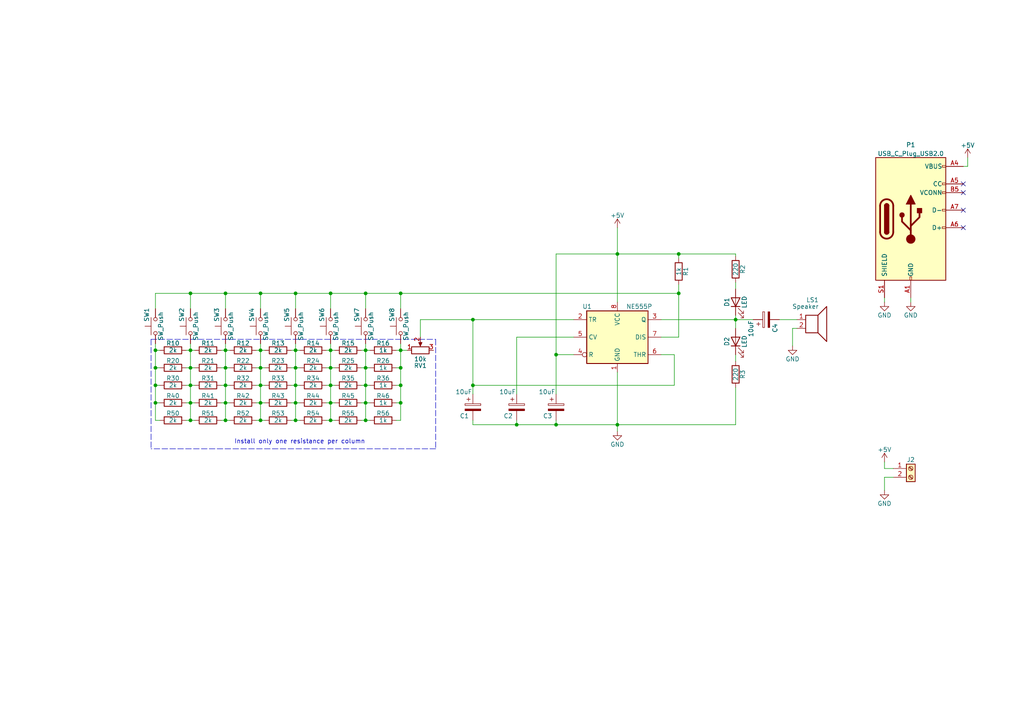
<source format=kicad_sch>
(kicad_sch (version 20211123) (generator eeschema)
  (paper "A4")
  (lib_symbols
    (symbol "Connector:Screw_Terminal_01x02" (pin_names (offset 1.016) hide)
      (property "Reference" "J" (at 0 2.54 0))
      (property "Value" "Screw_Terminal_01x02" (at 0 -5.08 0))
      (symbol "Screw_Terminal_01x02_1_1"
        (rectangle (start -1.27 1.27) (end 1.27 -3.81) (stroke (width 0.254)) (fill (type background)))
        (circle (center 0 -2.54) (radius 0.635) (stroke (width 0.1524)))
        (polyline (pts (xy -0.5334 -2.2098) (xy 0.3302 -3.048)) (stroke (width 0.1524)))
        (polyline (pts (xy -0.5334 0.3302) (xy 0.3302 -0.508)) (stroke (width 0.1524)))
        (polyline (pts (xy -0.3556 -2.032) (xy 0.508 -2.8702)) (stroke (width 0.1524)))
        (polyline (pts (xy -0.3556 0.508) (xy 0.508 -0.3302)) (stroke (width 0.1524)))
        (circle (center 0 0) (radius 0.635) (stroke (width 0.1524)))
        (pin passive line (at -5.08 0 0) (length 3.81) (name "Pin_1") (number "1"))
        (pin passive line (at -5.08 -2.54 0) (length 3.81) (name "Pin_2") (number "2"))
      )
    )
    (symbol "Connector:USB_C_Plug_USB2.0" (pin_names (offset 1.016))
      (property "Reference" "P" (at -10.16 19.05 0))
      (property "Value" "USB_C_Plug_USB2.0" (at 12.7 19.05 0))
      (symbol "USB_C_Plug_USB2.0_0_0"
        (rectangle (start -0.254 -17.78) (end 0.254 -16.764))
        (rectangle (start 10.16 -2.286) (end 9.144 -2.794))
        (rectangle (start 10.16 2.794) (end 9.144 2.286))
        (rectangle (start 10.16 7.874) (end 9.144 7.366))
        (rectangle (start 10.16 10.414) (end 9.144 9.906))
        (rectangle (start 10.16 15.494) (end 9.144 14.986))
      )
      (symbol "USB_C_Plug_USB2.0_0_1"
        (rectangle (start -10.16 17.78) (end 10.16 -17.78) (stroke (width 0.254)) (fill (type background)))
        (arc (start -8.89 -3.81) (mid -6.985 -5.715) (end -5.08 -3.81) (stroke (width 0.508)))
        (arc (start -7.62 -3.81) (mid -6.985 -4.445) (end -6.35 -3.81) (stroke (width 0.254)))
        (arc (start -7.62 -3.81) (mid -6.985 -4.445) (end -6.35 -3.81) (stroke (width 0.254)) (fill (type outline)))
        (rectangle (start -7.62 -3.81) (end -6.35 3.81) (stroke (width 0.254)) (fill (type outline)))
        (arc (start -6.35 3.81) (mid -6.985 4.445) (end -7.62 3.81) (stroke (width 0.254)))
        (arc (start -6.35 3.81) (mid -6.985 4.445) (end -7.62 3.81) (stroke (width 0.254)) (fill (type outline)))
        (arc (start -5.08 3.81) (mid -6.985 5.715) (end -8.89 3.81) (stroke (width 0.508)))
        (circle (center -2.54 1.143) (radius 0.635) (stroke (width 0.254)) (fill (type outline)))
        (circle (center 0 -5.842) (radius 1.27) (fill (type outline)))
        (polyline (pts (xy -8.89 -3.81) (xy -8.89 3.81)) (stroke (width 0.508)))
        (polyline (pts (xy -5.08 3.81) (xy -5.08 -3.81)) (stroke (width 0.508)))
        (polyline (pts (xy 0 -5.842) (xy 0 4.318)) (stroke (width 0.508)))
        (polyline (pts (xy 0 -3.302) (xy -2.54 -0.762) (xy -2.54 0.508)) (stroke (width 0.508)))
        (polyline (pts (xy 0 -2.032) (xy 2.54 0.508) (xy 2.54 1.778)) (stroke (width 0.508)))
        (polyline (pts (xy -1.27 4.318) (xy 0 6.858) (xy 1.27 4.318) (xy -1.27 4.318)) (stroke (width 0.254)) (fill (type outline)))
        (rectangle (start 1.905 1.778) (end 3.175 3.048) (stroke (width 0.254)) (fill (type outline)))
      )
      (symbol "USB_C_Plug_USB2.0_1_1"
        (pin passive line (at 0 -22.86 90) (length 5.08) (name "GND") (number "A1"))
        (pin passive line (at 0 -22.86 90) (length 5.08) hide (name "GND") (number "A12"))
        (pin passive line (at 15.24 15.24 180) (length 5.08) (name "VBUS") (number "A4"))
        (pin bidirectional line (at 15.24 10.16 180) (length 5.08) (name "CC") (number "A5"))
        (pin bidirectional line (at 15.24 -2.54 180) (length 5.08) (name "D+") (number "A6"))
        (pin bidirectional line (at 15.24 2.54 180) (length 5.08) (name "D-") (number "A7"))
        (pin passive line (at 15.24 15.24 180) (length 5.08) hide (name "VBUS") (number "A9"))
        (pin passive line (at 0 -22.86 90) (length 5.08) hide (name "GND") (number "B1"))
        (pin passive line (at 0 -22.86 90) (length 5.08) hide (name "GND") (number "B12"))
        (pin passive line (at 15.24 15.24 180) (length 5.08) hide (name "VBUS") (number "B4"))
        (pin bidirectional line (at 15.24 7.62 180) (length 5.08) (name "VCONN") (number "B5"))
        (pin passive line (at 15.24 15.24 180) (length 5.08) hide (name "VBUS") (number "B9"))
        (pin passive line (at -7.62 -22.86 90) (length 5.08) (name "SHIELD") (number "S1"))
      )
    )
    (symbol "Device:C_Polarized" (pin_numbers hide) (pin_names (offset 0.254))
      (property "Reference" "C" (at 0.635 2.54 0))
      (property "Value" "C_Polarized" (at 0.635 -2.54 0))
      (symbol "C_Polarized_0_1"
        (rectangle (start -2.286 0.508) (end 2.286 1.016))
        (polyline (pts (xy -1.778 2.286) (xy -0.762 2.286)))
        (polyline (pts (xy -1.27 2.794) (xy -1.27 1.778)))
        (rectangle (start 2.286 -0.508) (end -2.286 -1.016) (fill (type outline)))
      )
      (symbol "C_Polarized_1_1"
        (pin passive line (at 0 3.81 270) (length 2.794) (name "~") (number "1"))
        (pin passive line (at 0 -3.81 90) (length 2.794) (name "~") (number "2"))
      )
    )
    (symbol "Device:LED" (pin_numbers hide) (pin_names (offset 1.016) hide)
      (property "Reference" "D" (at 0 2.54 0))
      (property "Value" "LED" (at 0 -2.54 0))
      (symbol "LED_0_1"
        (polyline (pts (xy -1.27 -1.27) (xy -1.27 1.27)) (stroke (width 0.254)))
        (polyline (pts (xy -1.27 0) (xy 1.27 0)))
        (polyline (pts (xy 1.27 -1.27) (xy 1.27 1.27) (xy -1.27 0) (xy 1.27 -1.27)) (stroke (width 0.254)))
        (polyline (pts (xy -3.048 -0.762) (xy -4.572 -2.286) (xy -3.81 -2.286) (xy -4.572 -2.286) (xy -4.572 -1.524)))
        (polyline (pts (xy -1.778 -0.762) (xy -3.302 -2.286) (xy -2.54 -2.286) (xy -3.302 -2.286) (xy -3.302 -1.524)))
      )
      (symbol "LED_1_1"
        (pin passive line (at -3.81 0 0) (length 2.54) (name "K") (number "1"))
        (pin passive line (at 3.81 0 180) (length 2.54) (name "A") (number "2"))
      )
    )
    (symbol "Device:R" (pin_numbers hide) (pin_names (offset 0))
      (property "Reference" "R" (at 2.032 0 90))
      (property "Value" "R" (at 0 0 90))
      (symbol "R_0_1"
        (rectangle (start -1.016 -2.54) (end 1.016 2.54) (stroke (width 0.254)))
      )
      (symbol "R_1_1"
        (pin passive line (at 0 3.81 270) (length 1.27) (name "~") (number "1"))
        (pin passive line (at 0 -3.81 90) (length 1.27) (name "~") (number "2"))
      )
    )
    (symbol "Device:R_Potentiometer" (pin_names (offset 1.016) hide)
      (property "Reference" "RV" (at -4.445 0 90))
      (property "Value" "R_Potentiometer" (at -2.54 0 90))
      (symbol "R_Potentiometer_0_1"
        (polyline (pts (xy 2.54 0) (xy 1.524 0)))
        (polyline (pts (xy 1.143 0) (xy 2.286 0.508) (xy 2.286 -0.508) (xy 1.143 0)) (fill (type outline)))
        (rectangle (start 1.016 2.54) (end -1.016 -2.54) (stroke (width 0.254)))
      )
      (symbol "R_Potentiometer_1_1"
        (pin passive line (at 0 3.81 270) (length 1.27) (name "1") (number "1"))
        (pin passive line (at 3.81 0 180) (length 1.27) (name "2") (number "2"))
        (pin passive line (at 0 -3.81 90) (length 1.27) (name "3") (number "3"))
      )
    )
    (symbol "Device:Speaker" (pin_names (offset 0) hide)
      (property "Reference" "LS" (at 1.27 5.715 0))
      (property "Value" "Speaker" (at 1.27 3.81 0))
      (symbol "Speaker_0_0"
        (rectangle (start -2.54 1.27) (end 1.016 -3.81) (stroke (width 0.254)))
        (polyline (pts (xy 1.016 1.27) (xy 3.556 3.81) (xy 3.556 -6.35) (xy 1.016 -3.81)) (stroke (width 0.254)))
      )
      (symbol "Speaker_1_1"
        (pin input line (at -5.08 0 0) (length 2.54) (name "1") (number "1"))
        (pin input line (at -5.08 -2.54 0) (length 2.54) (name "2") (number "2"))
      )
    )
    (symbol "Switch:SW_Push" (pin_numbers hide) (pin_names (offset 1.016) hide)
      (property "Reference" "SW" (at 1.27 2.54 0))
      (property "Value" "SW_Push" (at 0 -1.524 0))
      (symbol "SW_Push_0_1"
        (circle (center -2.032 0) (radius 0.508))
        (polyline (pts (xy 0 1.27) (xy 0 3.048)))
        (polyline (pts (xy 2.54 1.27) (xy -2.54 1.27)))
        (circle (center 2.032 0) (radius 0.508))
        (pin passive line (at -5.08 0 0) (length 2.54) (name "1") (number "1"))
        (pin passive line (at 5.08 0 180) (length 2.54) (name "2") (number "2"))
      )
    )
    (symbol "Timer:NE555P"
      (property "Reference" "U" (at -10.16 8.89 0))
      (property "Value" "NE555P" (at 2.54 8.89 0))
      (symbol "NE555P_0_0"
        (pin power_in line (at 0 -10.16 90) (length 2.54) (name "GND") (number "1"))
        (pin power_in line (at 0 10.16 270) (length 2.54) (name "VCC") (number "8"))
      )
      (symbol "NE555P_0_1"
        (rectangle (start -8.89 -7.62) (end 8.89 7.62) (stroke (width 0.254)) (fill (type background)))
        (rectangle (start -8.89 -7.62) (end 8.89 7.62) (stroke (width 0.254)) (fill (type background)))
      )
      (symbol "NE555P_1_1"
        (pin input line (at -12.7 5.08 0) (length 3.81) (name "TR") (number "2"))
        (pin output line (at 12.7 5.08 180) (length 3.81) (name "Q") (number "3"))
        (pin input inverted (at -12.7 -5.08 0) (length 3.81) (name "R") (number "4"))
        (pin input line (at -12.7 0 0) (length 3.81) (name "CV") (number "5"))
        (pin input line (at 12.7 -5.08 180) (length 3.81) (name "THR") (number "6"))
        (pin input line (at 12.7 0 180) (length 3.81) (name "DIS") (number "7"))
      )
    )
    (symbol "power:+5V" (power) (pin_names (offset 0))
      (property "Value" "+5V" (at 0 3.556 0))
      (symbol "+5V_0_1"
        (polyline (pts (xy -0.762 1.27) (xy 0 2.54)))
        (polyline (pts (xy 0 0) (xy 0 2.54)))
        (polyline (pts (xy 0 2.54) (xy 0.762 1.27)))
      )
      (symbol "+5V_1_1"
        (pin power_in line (at 0 0 90) (length 0) hide (name "+5V") (number "1"))
      )
    )
    (symbol "power:GND" (power) (pin_names (offset 0))
      (property "Value" "GND" (at 0 -3.81 0))
      (symbol "GND_0_1"
        (polyline (pts (xy 0 0) (xy 0 -1.27) (xy 1.27 -1.27) (xy 0 -2.54) (xy -1.27 -1.27) (xy 0 -1.27)))
      )
      (symbol "GND_1_1"
        (pin power_in line (at 0 0 270) (length 0) hide (name "GND") (number "1"))
      )
    )
  )
  (junction (at 106.045 101.6))
  (junction (at 45.085 116.84))
  (junction (at 106.045 111.76))
  (junction (at 85.725 111.76))
  (junction (at 106.045 121.92))
  (junction (at 55.245 116.84))
  (junction (at 95.885 111.76))
  (junction (at 55.245 121.92))
  (junction (at 116.205 85.09))
  (junction (at 116.205 111.76))
  (junction (at 85.725 85.09))
  (junction (at 95.885 101.6))
  (junction (at 65.405 121.92))
  (junction (at 179.07 123.19))
  (junction (at 196.85 73.66))
  (junction (at 116.205 106.68))
  (junction (at 75.565 106.68))
  (junction (at 75.565 111.76))
  (junction (at 95.885 116.84))
  (junction (at 85.725 121.92))
  (junction (at 55.245 85.09))
  (junction (at 106.045 116.84))
  (junction (at 65.405 85.09))
  (junction (at 116.205 116.84))
  (junction (at 65.405 106.68))
  (junction (at 95.885 121.92))
  (junction (at 161.29 102.87))
  (junction (at 85.725 101.6))
  (junction (at 137.16 92.71))
  (junction (at 161.29 123.19))
  (junction (at 106.045 85.09))
  (junction (at 137.16 111.76))
  (junction (at 149.86 123.19))
  (junction (at 85.725 106.68))
  (junction (at 95.885 106.68))
  (junction (at 196.85 85.09))
  (junction (at 75.565 85.09))
  (junction (at 65.405 111.76))
  (junction (at 75.565 101.6))
  (junction (at 45.085 106.68))
  (junction (at 85.725 116.84))
  (junction (at 106.045 106.68))
  (junction (at 65.405 116.84))
  (junction (at 116.205 101.6))
  (junction (at 55.245 106.68))
  (junction (at 213.36 92.71))
  (junction (at 45.085 111.76))
  (junction (at 179.07 73.66))
  (junction (at 75.565 121.92))
  (junction (at 65.405 101.6))
  (junction (at 55.245 111.76))
  (junction (at 45.085 101.6))
  (junction (at 95.885 85.09))
  (junction (at 55.245 101.6))
  (junction (at 75.565 116.84))
  (no_connect (at 279.4 60.96))
  (no_connect (at 279.4 55.88))
  (no_connect (at 279.4 66.04))
  (no_connect (at 279.4 53.34))
  (wire (pts (xy 53.975 111.76) (xy 55.245 111.76)))
  (wire (pts (xy 84.455 111.76) (xy 85.725 111.76)))
  (wire (pts (xy 46.355 106.68) (xy 45.085 106.68)))
  (wire (pts (xy 149.86 121.92) (xy 149.86 123.19)))
  (wire (pts (xy 116.205 101.6) (xy 118.11 101.6)))
  (wire (pts (xy 264.16 86.36) (xy 264.16 87.63)))
  (wire (pts (xy 213.36 92.71) (xy 218.44 92.71)))
  (wire (pts (xy 97.155 116.84) (xy 95.885 116.84)))
  (wire (pts (xy 64.135 111.76) (xy 65.405 111.76)))
  (wire (pts (xy 107.315 111.76) (xy 106.045 111.76)))
  (wire (pts (xy 137.16 114.3) (xy 137.16 111.76)))
  (wire (pts (xy 104.775 101.6) (xy 106.045 101.6)))
  (wire (pts (xy 97.155 106.68) (xy 95.885 106.68)))
  (wire (pts (xy 179.07 66.04) (xy 179.07 73.66)))
  (wire (pts (xy 107.315 121.92) (xy 106.045 121.92)))
  (wire (pts (xy 45.085 85.09) (xy 45.085 89.535)))
  (wire (pts (xy 76.835 121.92) (xy 75.565 121.92)))
  (wire (pts (xy 259.08 138.43) (xy 256.54 138.43)))
  (wire (pts (xy 84.455 101.6) (xy 85.725 101.6)))
  (wire (pts (xy 64.135 101.6) (xy 65.405 101.6)))
  (wire (pts (xy 53.975 101.6) (xy 55.245 101.6)))
  (wire (pts (xy 95.885 85.09) (xy 106.045 85.09)))
  (wire (pts (xy 76.835 101.6) (xy 75.565 101.6)))
  (wire (pts (xy 114.935 106.68) (xy 116.205 106.68)))
  (wire (pts (xy 45.085 121.92) (xy 45.085 116.84)))
  (polyline (pts (xy 126.365 98.425) (xy 126.365 130.175)))
  (wire (pts (xy 85.725 116.84) (xy 85.725 111.76)))
  (wire (pts (xy 55.245 85.09) (xy 55.245 89.535)))
  (wire (pts (xy 107.315 106.68) (xy 106.045 106.68)))
  (wire (pts (xy 106.045 85.09) (xy 116.205 85.09)))
  (wire (pts (xy 86.995 121.92) (xy 85.725 121.92)))
  (wire (pts (xy 106.045 121.92) (xy 106.045 116.84)))
  (wire (pts (xy 116.205 106.68) (xy 116.205 101.6)))
  (wire (pts (xy 76.835 106.68) (xy 75.565 106.68)))
  (wire (pts (xy 45.085 116.84) (xy 45.085 111.76)))
  (wire (pts (xy 74.295 111.76) (xy 75.565 111.76)))
  (wire (pts (xy 191.77 92.71) (xy 213.36 92.71)))
  (wire (pts (xy 45.085 99.695) (xy 45.085 101.6)))
  (wire (pts (xy 106.045 85.09) (xy 106.045 89.535)))
  (wire (pts (xy 259.08 135.89) (xy 256.54 135.89)))
  (wire (pts (xy 84.455 116.84) (xy 85.725 116.84)))
  (wire (pts (xy 161.29 123.19) (xy 179.07 123.19)))
  (wire (pts (xy 85.725 85.09) (xy 75.565 85.09)))
  (wire (pts (xy 137.16 123.19) (xy 149.86 123.19)))
  (wire (pts (xy 55.245 101.6) (xy 56.515 101.6)))
  (wire (pts (xy 55.245 121.92) (xy 55.245 116.84)))
  (wire (pts (xy 46.355 111.76) (xy 45.085 111.76)))
  (wire (pts (xy 116.205 111.76) (xy 116.205 106.68)))
  (wire (pts (xy 95.885 116.84) (xy 95.885 111.76)))
  (wire (pts (xy 65.405 99.695) (xy 65.405 101.6)))
  (wire (pts (xy 137.16 92.71) (xy 121.92 92.71)))
  (wire (pts (xy 53.975 106.68) (xy 55.245 106.68)))
  (wire (pts (xy 106.045 106.68) (xy 106.045 101.6)))
  (wire (pts (xy 195.58 102.87) (xy 195.58 111.76)))
  (wire (pts (xy 74.295 121.92) (xy 75.565 121.92)))
  (wire (pts (xy 85.725 106.68) (xy 85.725 101.6)))
  (wire (pts (xy 55.245 116.84) (xy 55.245 111.76)))
  (wire (pts (xy 95.885 101.6) (xy 97.155 101.6)))
  (wire (pts (xy 65.405 106.68) (xy 65.405 101.6)))
  (wire (pts (xy 116.205 99.695) (xy 116.205 101.6)))
  (wire (pts (xy 64.135 106.68) (xy 65.405 106.68)))
  (wire (pts (xy 116.205 116.84) (xy 116.205 111.76)))
  (wire (pts (xy 85.725 85.09) (xy 95.885 85.09)))
  (wire (pts (xy 121.92 97.79) (xy 121.92 92.71)))
  (wire (pts (xy 114.935 101.6) (xy 116.205 101.6)))
  (wire (pts (xy 97.155 121.92) (xy 95.885 121.92)))
  (wire (pts (xy 66.675 111.76) (xy 65.405 111.76)))
  (wire (pts (xy 66.675 106.68) (xy 65.405 106.68)))
  (wire (pts (xy 116.205 121.92) (xy 116.205 116.84)))
  (wire (pts (xy 46.355 116.84) (xy 45.085 116.84)))
  (wire (pts (xy 75.565 101.6) (xy 75.565 99.695)))
  (wire (pts (xy 106.045 99.695) (xy 106.045 101.6)))
  (wire (pts (xy 104.775 106.68) (xy 106.045 106.68)))
  (wire (pts (xy 179.07 73.66) (xy 179.07 87.63)))
  (wire (pts (xy 84.455 121.92) (xy 85.725 121.92)))
  (wire (pts (xy 226.06 92.71) (xy 231.14 92.71)))
  (wire (pts (xy 95.885 111.76) (xy 95.885 106.68)))
  (wire (pts (xy 56.515 121.92) (xy 55.245 121.92)))
  (polyline (pts (xy 126.365 130.175) (xy 43.815 130.175)))
  (wire (pts (xy 196.85 82.55) (xy 196.85 85.09)))
  (wire (pts (xy 45.085 111.76) (xy 45.085 106.68)))
  (wire (pts (xy 256.54 138.43) (xy 256.54 142.24)))
  (wire (pts (xy 95.885 121.92) (xy 95.885 116.84)))
  (wire (pts (xy 166.37 102.87) (xy 161.29 102.87)))
  (wire (pts (xy 213.36 92.71) (xy 213.36 91.44)))
  (wire (pts (xy 196.85 85.09) (xy 196.85 97.79)))
  (wire (pts (xy 161.29 73.66) (xy 161.29 102.87)))
  (wire (pts (xy 46.355 121.92) (xy 45.085 121.92)))
  (wire (pts (xy 97.155 111.76) (xy 95.885 111.76)))
  (wire (pts (xy 191.77 102.87) (xy 195.58 102.87)))
  (wire (pts (xy 65.405 101.6) (xy 66.675 101.6)))
  (wire (pts (xy 64.135 121.92) (xy 65.405 121.92)))
  (wire (pts (xy 116.205 85.09) (xy 116.205 89.535)))
  (wire (pts (xy 76.835 116.84) (xy 75.565 116.84)))
  (wire (pts (xy 114.935 116.84) (xy 116.205 116.84)))
  (wire (pts (xy 231.14 95.25) (xy 229.87 95.25)))
  (wire (pts (xy 66.675 116.84) (xy 65.405 116.84)))
  (wire (pts (xy 161.29 121.92) (xy 161.29 123.19)))
  (wire (pts (xy 75.565 106.68) (xy 75.565 101.6)))
  (wire (pts (xy 137.16 121.92) (xy 137.16 123.19)))
  (wire (pts (xy 229.87 95.25) (xy 229.87 100.33)))
  (wire (pts (xy 104.775 111.76) (xy 106.045 111.76)))
  (wire (pts (xy 106.045 116.84) (xy 106.045 111.76)))
  (wire (pts (xy 84.455 106.68) (xy 85.725 106.68)))
  (wire (pts (xy 86.995 111.76) (xy 85.725 111.76)))
  (wire (pts (xy 137.16 92.71) (xy 137.16 111.76)))
  (wire (pts (xy 95.885 106.68) (xy 95.885 101.6)))
  (wire (pts (xy 161.29 73.66) (xy 179.07 73.66)))
  (wire (pts (xy 106.045 111.76) (xy 106.045 106.68)))
  (wire (pts (xy 95.885 99.695) (xy 95.885 101.6)))
  (wire (pts (xy 65.405 121.92) (xy 65.405 116.84)))
  (wire (pts (xy 65.405 116.84) (xy 65.405 111.76)))
  (wire (pts (xy 56.515 106.68) (xy 55.245 106.68)))
  (wire (pts (xy 75.565 111.76) (xy 75.565 106.68)))
  (wire (pts (xy 256.54 135.89) (xy 256.54 133.985)))
  (wire (pts (xy 166.37 97.79) (xy 149.86 97.79)))
  (wire (pts (xy 64.135 116.84) (xy 65.405 116.84)))
  (wire (pts (xy 86.995 106.68) (xy 85.725 106.68)))
  (wire (pts (xy 85.725 85.09) (xy 85.725 89.535)))
  (wire (pts (xy 116.205 85.09) (xy 196.85 85.09)))
  (wire (pts (xy 75.565 85.09) (xy 65.405 85.09)))
  (wire (pts (xy 85.725 99.695) (xy 85.725 101.6)))
  (wire (pts (xy 104.775 116.84) (xy 106.045 116.84)))
  (wire (pts (xy 95.885 89.535) (xy 95.885 85.09)))
  (wire (pts (xy 66.675 121.92) (xy 65.405 121.92)))
  (wire (pts (xy 45.085 101.6) (xy 46.355 101.6)))
  (wire (pts (xy 86.995 116.84) (xy 85.725 116.84)))
  (wire (pts (xy 55.245 99.695) (xy 55.245 101.6)))
  (wire (pts (xy 56.515 111.76) (xy 55.245 111.76)))
  (wire (pts (xy 85.725 111.76) (xy 85.725 106.68)))
  (wire (pts (xy 196.85 73.66) (xy 213.36 73.66)))
  (wire (pts (xy 280.67 48.26) (xy 280.67 45.72)))
  (wire (pts (xy 65.405 111.76) (xy 65.405 106.68)))
  (wire (pts (xy 94.615 116.84) (xy 95.885 116.84)))
  (wire (pts (xy 94.615 111.76) (xy 95.885 111.76)))
  (wire (pts (xy 179.07 73.66) (xy 196.85 73.66)))
  (wire (pts (xy 74.295 106.68) (xy 75.565 106.68)))
  (wire (pts (xy 65.405 85.09) (xy 65.405 89.535)))
  (wire (pts (xy 55.245 111.76) (xy 55.245 106.68)))
  (wire (pts (xy 74.295 116.84) (xy 75.565 116.84)))
  (wire (pts (xy 85.725 121.92) (xy 85.725 116.84)))
  (wire (pts (xy 279.4 48.26) (xy 280.67 48.26)))
  (wire (pts (xy 76.835 111.76) (xy 75.565 111.76)))
  (wire (pts (xy 213.36 81.915) (xy 213.36 83.82)))
  (polyline (pts (xy 43.815 98.425) (xy 126.365 98.425)))
  (wire (pts (xy 65.405 85.09) (xy 55.245 85.09)))
  (wire (pts (xy 75.565 85.09) (xy 75.565 89.535)))
  (wire (pts (xy 75.565 116.84) (xy 75.565 111.76)))
  (wire (pts (xy 213.36 102.87) (xy 213.36 104.775)))
  (wire (pts (xy 166.37 92.71) (xy 137.16 92.71)))
  (wire (pts (xy 213.36 112.395) (xy 213.36 123.19)))
  (wire (pts (xy 94.615 106.68) (xy 95.885 106.68)))
  (wire (pts (xy 179.07 107.95) (xy 179.07 123.19)))
  (wire (pts (xy 179.07 123.19) (xy 179.07 125.095)))
  (wire (pts (xy 74.295 101.6) (xy 75.565 101.6)))
  (wire (pts (xy 104.775 121.92) (xy 106.045 121.92)))
  (wire (pts (xy 213.36 73.66) (xy 213.36 74.295)))
  (wire (pts (xy 196.85 74.93) (xy 196.85 73.66)))
  (polyline (pts (xy 43.815 98.425) (xy 43.815 130.175)))
  (wire (pts (xy 45.085 106.68) (xy 45.085 101.6)))
  (wire (pts (xy 179.07 123.19) (xy 213.36 123.19)))
  (wire (pts (xy 161.29 102.87) (xy 161.29 114.3)))
  (wire (pts (xy 114.935 111.76) (xy 116.205 111.76)))
  (wire (pts (xy 107.315 116.84) (xy 106.045 116.84)))
  (wire (pts (xy 114.935 121.92) (xy 116.205 121.92)))
  (wire (pts (xy 94.615 121.92) (xy 95.885 121.92)))
  (wire (pts (xy 149.86 123.19) (xy 161.29 123.19)))
  (wire (pts (xy 85.725 101.6) (xy 86.995 101.6)))
  (wire (pts (xy 149.86 97.79) (xy 149.86 114.3)))
  (wire (pts (xy 195.58 111.76) (xy 137.16 111.76)))
  (wire (pts (xy 191.77 97.79) (xy 196.85 97.79)))
  (wire (pts (xy 53.975 116.84) (xy 55.245 116.84)))
  (wire (pts (xy 56.515 116.84) (xy 55.245 116.84)))
  (wire (pts (xy 94.615 101.6) (xy 95.885 101.6)))
  (wire (pts (xy 256.54 86.36) (xy 256.54 87.63)))
  (wire (pts (xy 75.565 121.92) (xy 75.565 116.84)))
  (wire (pts (xy 106.045 101.6) (xy 107.315 101.6)))
  (wire (pts (xy 55.245 85.09) (xy 45.085 85.09)))
  (wire (pts (xy 53.975 121.92) (xy 55.245 121.92)))
  (wire (pts (xy 213.36 92.71) (xy 213.36 95.25)))
  (wire (pts (xy 55.245 106.68) (xy 55.245 101.6)))
  (text "Install only one resistance per column" (at 67.945 128.905 0) (effects (font (size 1.27 1.27)) (justify left bottom)))
  (symbol (lib_id "Device:R") (at 50.165 121.92 90) (unit 1)
    (property "Reference" "R50" (at 50.165 119.888 90))
    (property "Value" "2k" (at 50.165 121.92 90))
    (property "Footprint" "Resistor_SMD:R_0201_0603Metric" (effects hide))
    (property "Manufacturer part number" "P123271CT-ND" (effects hide))
    (property "Vendor" "Digikey" (effects hide))
  )
  (symbol (lib_id "power:GND") (at 264.16 87.63 0) (unit 1)
    (property "Reference" "#PWR0107" (effects hide))
    (property "Value" "GND" (at 264.16 91.44 0))
  )
  (symbol (lib_id "Device:R") (at 111.125 101.6 90) (unit 1)
    (property "Reference" "R16" (at 111.125 99.568 90))
    (property "Value" "1k" (at 111.125 101.6 90))
    (property "Footprint" "Resistor_THT:R_Axial_DIN0207_L6.3mm_D2.5mm_P10.16mm_Horizontal" (effects hide))
    (property "Manufacturer part number" "RNF14FTD1K00CT-ND" (effects hide))
    (property "Vendor" "Digikey" (effects hide))
  )
  (symbol (lib_id "Connector:USB_C_Plug_USB2.0") (at 264.16 63.5 0) (unit 1)
    (property "Reference" "P1" (at 264.16 42.0202 0))
    (property "Value" "USB_C_Plug_USB2.0" (at 264.16 44.5571 0))
    (property "Footprint" "Connector_USB:USB_C_Receptacle_GCT_USB4085" (effects hide))
    (property "Datasheet" "https://www.usb.org/sites/default/files/documents/usb_type-c.zip" (effects hide))
  )
  (symbol (lib_id "Device:R") (at 213.36 108.585 0) (unit 1)
    (property "Reference" "R3" (at 215.392 108.585 90))
    (property "Value" "220" (at 213.36 108.585 90))
    (property "Footprint" "Resistor_THT:R_Axial_DIN0207_L6.3mm_D2.5mm_P10.16mm_Horizontal" (effects hide))
    (property "Manufacturer part number" "S220CACT-ND" (effects hide))
    (property "Vendor" "Digikey" (effects hide))
  )
  (symbol (lib_id "Device:R") (at 111.125 106.68 90) (unit 1)
    (property "Reference" "R26" (at 111.125 104.648 90))
    (property "Value" "1k" (at 111.125 106.68 90))
    (property "Footprint" "Resistor_SMD:R_1206_3216Metric" (effects hide))
    (property "Manufacturer part number" "RNCP1206FTD1K00CT-ND" (effects hide))
    (property "Vendor" "Digikey" (effects hide))
  )
  (symbol (lib_id "power:GND") (at 179.07 125.095 0) (unit 1)
    (property "Reference" "#PWR02" (effects hide))
    (property "Value" "GND" (at 179.07 128.905 0))
  )
  (symbol (lib_id "Device:R") (at 111.125 116.84 90) (unit 1)
    (property "Reference" "R46" (at 111.125 114.808 90))
    (property "Value" "1k" (at 111.125 116.84 90))
    (property "Footprint" "Resistor_SMD:R_0402_1005Metric" (effects hide))
    (property "Manufacturer part number" "311-1.0KJRCT-ND" (effects hide))
    (property "Vendor" "Digikey" (effects hide))
  )
  (symbol (lib_id "Device:R") (at 60.325 121.92 90) (unit 1)
    (property "Reference" "R51" (at 60.325 119.888 90))
    (property "Value" "2k" (at 60.325 121.92 90))
    (property "Footprint" "Resistor_SMD:R_0201_0603Metric" (effects hide))
    (property "Manufacturer part number" "P123271CT-ND" (effects hide))
    (property "Vendor" "Digikey" (effects hide))
  )
  (symbol (lib_id "Device:R") (at 60.325 101.6 90) (unit 1)
    (property "Reference" "R11" (at 60.325 99.568 90))
    (property "Value" "2k" (at 60.325 101.6 90))
    (property "Footprint" "Resistor_THT:R_Axial_DIN0207_L6.3mm_D2.5mm_P10.16mm_Horizontal" (effects hide))
    (property "Manufacturer part number" "RNF14FTD2K00CT-ND" (effects hide))
    (property "Vendor" "Digikey" (effects hide))
  )
  (symbol (lib_id "Device:R") (at 90.805 121.92 90) (unit 1)
    (property "Reference" "R54" (at 90.805 119.888 90))
    (property "Value" "2k" (at 90.805 121.92 90))
    (property "Footprint" "Resistor_SMD:R_0201_0603Metric" (effects hide))
    (property "Manufacturer part number" "P123271CT-ND" (effects hide))
    (property "Vendor" "Digikey" (effects hide))
  )
  (symbol (lib_id "power:GND") (at 256.54 87.63 0) (unit 1)
    (property "Reference" "#PWR0106" (effects hide))
    (property "Value" "GND" (at 256.54 91.44 0))
  )
  (symbol (lib_id "Device:R") (at 80.645 121.92 90) (unit 1)
    (property "Reference" "R53" (at 80.645 119.888 90))
    (property "Value" "2k" (at 80.645 121.92 90))
    (property "Footprint" "Resistor_SMD:R_0201_0603Metric" (effects hide))
    (property "Manufacturer part number" "P123271CT-ND" (effects hide))
    (property "Vendor" "Digikey" (effects hide))
  )
  (symbol (lib_id "power:+5V") (at 256.54 133.985 0) (unit 1)
    (property "Reference" "#PWR0101" (effects hide))
    (property "Value" "+5V" (at 256.54 130.429 0))
  )
  (symbol (lib_id "Device:R") (at 90.805 106.68 90) (unit 1)
    (property "Reference" "R24" (at 90.805 104.648 90))
    (property "Value" "2k" (at 90.805 106.68 90))
    (property "Footprint" "Resistor_SMD:R_1206_3216Metric" (effects hide))
    (property "Manufacturer part number" "738-RMCF1206FG2K00CT-ND" (effects hide))
    (property "Vendor" "Digikey" (effects hide))
  )
  (symbol (lib_id "Device:R") (at 100.965 116.84 90) (unit 1)
    (property "Reference" "R45" (at 100.965 114.808 90))
    (property "Value" "2k" (at 100.965 116.84 90))
    (property "Footprint" "Resistor_SMD:R_0402_1005Metric" (effects hide))
    (property "Manufacturer part number" "541-2.00KLCT-ND" (effects hide))
    (property "Vendor" "Digikey" (effects hide))
  )
  (symbol (lib_id "Device:R") (at 213.36 78.105 0) (unit 1)
    (property "Reference" "R2" (at 215.392 78.105 90))
    (property "Value" "220" (at 213.36 78.105 90))
    (property "Footprint" "Resistor_THT:R_Axial_DIN0207_L6.3mm_D2.5mm_P10.16mm_Horizontal" (effects hide))
    (property "Manufacturer part number" "S220CACT-ND" (effects hide))
    (property "Vendor" "Digikey" (effects hide))
  )
  (symbol (lib_id "Device:R") (at 80.645 116.84 90) (unit 1)
    (property "Reference" "R43" (at 80.645 114.808 90))
    (property "Value" "2k" (at 80.645 116.84 90))
    (property "Footprint" "Resistor_SMD:R_0402_1005Metric" (effects hide))
    (property "Manufacturer part number" "541-2.00KLCT-ND" (effects hide))
    (property "Vendor" "Digikey" (effects hide))
  )
  (symbol (lib_id "Device:R") (at 70.485 106.68 90) (unit 1)
    (property "Reference" "R22" (at 70.485 104.648 90))
    (property "Value" "2k" (at 70.485 106.68 90))
    (property "Footprint" "Resistor_SMD:R_1206_3216Metric" (effects hide))
    (property "Manufacturer part number" "738-RMCF1206FG2K00CT-ND" (effects hide))
    (property "Vendor" "Digikey" (effects hide))
  )
  (symbol (lib_id "Device:R") (at 60.325 106.68 90) (unit 1)
    (property "Reference" "R21" (at 60.325 104.648 90))
    (property "Value" "2k" (at 60.325 106.68 90))
    (property "Footprint" "Resistor_SMD:R_1206_3216Metric" (effects hide))
    (property "Manufacturer part number" "738-RMCF1206FG2K00CT-ND" (effects hide))
    (property "Vendor" "Digikey" (effects hide))
  )
  (symbol (lib_id "Device:R") (at 100.965 121.92 90) (unit 1)
    (property "Reference" "R55" (at 100.965 119.888 90))
    (property "Value" "2k" (at 100.965 121.92 90))
    (property "Footprint" "Resistor_SMD:R_0201_0603Metric" (effects hide))
    (property "Manufacturer part number" "P123271CT-ND" (effects hide))
    (property "Vendor" "Digikey" (effects hide))
  )
  (symbol (lib_id "Switch:SW_Push") (at 85.725 94.615 90) (unit 1)
    (property "Reference" "SW5" (at 83.185 93.345 0) (effects (justify left)))
    (property "Value" "SW_Push" (at 87.249 94.615 0))
    (property "Footprint" "Button_Switch_THT:SW_PUSH_6mm" (effects hide))
    (property "Manufacturer part number" "679-2428-ND" (effects hide))
    (property "Vendor" "Digikey" (effects hide))
  )
  (symbol (lib_id "Device:C_Polarized") (at 149.86 118.11 0) (unit 1)
    (property "Reference" "C2" (at 146.05 120.65 0) (effects (justify left)))
    (property "Value" "10uF" (at 144.78 113.665 0) (effects (justify left)))
    (property "Footprint" "Capacitor_THT:CP_Radial_D5.0mm_P2.00mm" (effects hide))
    (property "Manufacturer part number" "732-8625-1-ND" (effects hide))
    (property "Vendor" "Digikey" (effects hide))
  )
  (symbol (lib_id "Device:R") (at 196.85 78.74 0) (unit 1)
    (property "Reference" "R1" (at 198.882 78.74 90))
    (property "Value" "1k" (at 196.85 78.74 90))
    (property "Footprint" "Resistor_THT:R_Axial_DIN0207_L6.3mm_D2.5mm_P10.16mm_Horizontal" (effects hide))
    (property "Manufacturer part number" "RNF14FTD1K00CT-ND" (effects hide))
    (property "Vendor" "Digikey" (effects hide))
  )
  (symbol (lib_id "power:+5V") (at 280.67 45.72 0) (unit 1)
    (property "Reference" "#PWR0108" (effects hide))
    (property "Value" "+5V" (at 280.67 42.164 0))
  )
  (symbol (lib_id "Switch:SW_Push") (at 65.405 94.615 90) (unit 1)
    (property "Reference" "SW3" (at 62.865 93.345 0) (effects (justify left)))
    (property "Value" "SW_Push" (at 66.929 94.615 0))
    (property "Footprint" "Button_Switch_THT:SW_PUSH_6mm" (effects hide))
    (property "Manufacturer part number" "679-2428-ND" (effects hide))
    (property "Vendor" "Digikey" (effects hide))
  )
  (symbol (lib_id "Switch:SW_Push") (at 45.085 94.615 90) (unit 1)
    (property "Reference" "SW1" (at 42.545 93.345 0) (effects (justify left)))
    (property "Value" "SW_Push" (at 46.609 94.615 0))
    (property "Footprint" "Button_Switch_THT:SW_PUSH_6mm" (effects hide))
    (property "Manufacturer part number" "679-2428-ND" (effects hide))
    (property "Vendor" "Digikey" (effects hide))
  )
  (symbol (lib_id "Device:R") (at 70.485 116.84 90) (unit 1)
    (property "Reference" "R42" (at 70.485 114.808 90))
    (property "Value" "2k" (at 70.485 116.84 90))
    (property "Footprint" "Resistor_SMD:R_0402_1005Metric" (effects hide))
    (property "Manufacturer part number" "541-2.00KLCT-ND" (effects hide))
    (property "Vendor" "Digikey" (effects hide))
  )
  (symbol (lib_id "Device:R") (at 90.805 111.76 90) (unit 1)
    (property "Reference" "R34" (at 90.805 109.728 90))
    (property "Value" "2k" (at 90.805 111.76 90))
    (property "Footprint" "Resistor_SMD:R_0603_1608Metric" (effects hide))
    (property "Manufacturer part number" "P2.00KHCT-ND" (effects hide))
    (property "Vendor" "Digikey" (effects hide))
  )
  (symbol (lib_id "Device:R") (at 111.125 111.76 90) (unit 1)
    (property "Reference" "R36" (at 111.125 109.728 90))
    (property "Value" "1k" (at 111.125 111.76 90))
    (property "Footprint" "Resistor_SMD:R_0603_1608Metric" (effects hide))
    (property "Manufacturer part number" "RNCP0603FTD1K00CT-ND" (effects hide))
    (property "Vendor" "Digikey" (effects hide))
  )
  (symbol (lib_id "Device:C_Polarized") (at 222.25 92.71 90) (unit 1)
    (property "Reference" "C4" (at 224.79 96.52 0) (effects (justify left)))
    (property "Value" "10uF" (at 217.805 97.79 0) (effects (justify left)))
    (property "Footprint" "Capacitor_THT:CP_Radial_D5.0mm_P2.00mm" (effects hide))
    (property "Manufacturer part number" "732-8625-1-ND" (effects hide))
    (property "Vendor" "Digikey" (effects hide))
  )
  (symbol (lib_id "Device:R") (at 50.165 106.68 90) (unit 1)
    (property "Reference" "R20" (at 50.165 104.648 90))
    (property "Value" "2k" (at 50.165 106.68 90))
    (property "Footprint" "Resistor_SMD:R_1206_3216Metric" (effects hide))
    (property "Manufacturer part number" "738-RMCF1206FG2K00CT-ND" (effects hide))
    (property "Vendor" "Digikey" (effects hide))
  )
  (symbol (lib_id "Device:R") (at 70.485 121.92 90) (unit 1)
    (property "Reference" "R52" (at 70.485 119.888 90))
    (property "Value" "2k" (at 70.485 121.92 90))
    (property "Footprint" "Resistor_SMD:R_0201_0603Metric" (effects hide))
    (property "Manufacturer part number" "P123271CT-ND" (effects hide))
    (property "Vendor" "Digikey" (effects hide))
  )
  (symbol (lib_id "Switch:SW_Push") (at 75.565 94.615 90) (unit 1)
    (property "Reference" "SW4" (at 73.025 93.345 0) (effects (justify left)))
    (property "Value" "SW_Push" (at 77.089 94.615 0))
    (property "Footprint" "Button_Switch_THT:SW_PUSH_6mm" (effects hide))
    (property "Manufacturer part number" "679-2428-ND" (effects hide))
    (property "Vendor" "Digikey" (effects hide))
  )
  (symbol (lib_id "Device:R") (at 70.485 101.6 90) (unit 1)
    (property "Reference" "R12" (at 70.485 99.568 90))
    (property "Value" "2k" (at 70.485 101.6 90))
    (property "Footprint" "Resistor_THT:R_Axial_DIN0207_L6.3mm_D2.5mm_P10.16mm_Horizontal" (effects hide))
    (property "Manufacturer part number" "RNF14FTD2K00CT-ND" (effects hide))
    (property "Vendor" "Digikey" (effects hide))
  )
  (symbol (lib_id "Device:R") (at 90.805 101.6 90) (unit 1)
    (property "Reference" "R14" (at 90.805 99.568 90))
    (property "Value" "2k" (at 90.805 101.6 90))
    (property "Footprint" "Resistor_THT:R_Axial_DIN0207_L6.3mm_D2.5mm_P10.16mm_Horizontal" (effects hide))
    (property "Manufacturer part number" "RNF14FTD2K00CT-ND" (effects hide))
    (property "Vendor" "Digikey" (effects hide))
  )
  (symbol (lib_id "Device:R") (at 50.165 116.84 90) (unit 1)
    (property "Reference" "R40" (at 50.165 114.808 90))
    (property "Value" "2k" (at 50.165 116.84 90))
    (property "Footprint" "Resistor_SMD:R_0402_1005Metric" (effects hide))
    (property "Manufacturer part number" "541-2.00KLCT-ND" (effects hide))
    (property "Vendor" "Digikey" (effects hide))
  )
  (symbol (lib_id "Device:R") (at 60.325 111.76 90) (unit 1)
    (property "Reference" "R31" (at 60.325 109.728 90))
    (property "Value" "2k" (at 60.325 111.76 90))
    (property "Footprint" "Resistor_SMD:R_0603_1608Metric" (effects hide))
    (property "Manufacturer part number" "P2.00KHCT-ND" (effects hide))
    (property "Vendor" "Digikey" (effects hide))
  )
  (symbol (lib_id "Switch:SW_Push") (at 95.885 94.615 90) (unit 1)
    (property "Reference" "SW6" (at 93.345 93.345 0) (effects (justify left)))
    (property "Value" "SW_Push" (at 97.409 94.615 0))
    (property "Footprint" "Button_Switch_THT:SW_PUSH_6mm" (effects hide))
    (property "Manufacturer part number" "679-2428-ND" (effects hide))
    (property "Vendor" "Digikey" (effects hide))
  )
  (symbol (lib_id "Device:LED") (at 213.36 87.63 90) (unit 1)
    (property "Reference" "D1" (at 210.82 87.63 0))
    (property "Value" "LED" (at 215.9 87.63 0))
    (property "Footprint" "LED_THT:LED_D5.0mm" (effects hide))
    (property "Manufacturer part number" "160-1853-ND" (effects hide))
    (property "Vendor" "Digikey" (effects hide))
  )
  (symbol (lib_id "Device:R") (at 100.965 106.68 90) (unit 1)
    (property "Reference" "R25" (at 100.965 104.648 90))
    (property "Value" "2k" (at 100.965 106.68 90))
    (property "Footprint" "Resistor_SMD:R_1206_3216Metric" (effects hide))
    (property "Manufacturer part number" "738-RMCF1206FG2K00CT-ND" (effects hide))
    (property "Vendor" "Digikey" (effects hide))
  )
  (symbol (lib_id "Device:R") (at 111.125 121.92 90) (unit 1)
    (property "Reference" "R56" (at 111.125 119.888 90))
    (property "Value" "1k" (at 111.125 121.92 90))
    (property "Footprint" "Resistor_SMD:R_0201_0603Metric" (effects hide))
    (property "Manufacturer part number" "311-1KMCT-ND" (effects hide))
    (property "Vendor" "Digikey" (effects hide))
  )
  (symbol (lib_id "Timer:NE555P") (at 179.07 97.79 0) (unit 1)
    (property "Reference" "U1" (at 168.91 88.9 0) (effects (justify left)))
    (property "Value" "NE555P" (at 181.61 88.9 0) (effects (justify left)))
    (property "Footprint" "Package_DIP:DIP-8_W7.62mm" (effects hide))
    (property "Datasheet" "http://www.ti.com/lit/ds/symlink/ne555.pdf" (effects hide))
    (property "Manufacturer part number" "296-NE555P-ND" (effects hide))
    (property "Vendor" "Digikey" (effects hide))
  )
  (symbol (lib_id "Device:R") (at 50.165 111.76 90) (unit 1)
    (property "Reference" "R30" (at 50.165 109.728 90))
    (property "Value" "2k" (at 50.165 111.76 90))
    (property "Footprint" "Resistor_SMD:R_0603_1608Metric" (effects hide))
    (property "Manufacturer part number" "P2.00KHCT-ND" (effects hide))
    (property "Vendor" "Digikey" (effects hide))
  )
  (symbol (lib_id "Switch:SW_Push") (at 55.245 94.615 90) (unit 1)
    (property "Reference" "SW2" (at 52.705 93.345 0) (effects (justify left)))
    (property "Value" "SW_Push" (at 56.769 94.615 0))
    (property "Footprint" "Button_Switch_THT:SW_PUSH_6mm" (effects hide))
    (property "Manufacturer part number" "679-2428-ND" (effects hide))
    (property "Vendor" "Digikey" (effects hide))
  )
  (symbol (lib_id "Device:R") (at 100.965 111.76 90) (unit 1)
    (property "Reference" "R35" (at 100.965 109.728 90))
    (property "Value" "2k" (at 100.965 111.76 90))
    (property "Footprint" "Resistor_SMD:R_0603_1608Metric" (effects hide))
    (property "Manufacturer part number" "P2.00KHCT-ND" (effects hide))
    (property "Vendor" "Digikey" (effects hide))
  )
  (symbol (lib_id "Device:R") (at 70.485 111.76 90) (unit 1)
    (property "Reference" "R32" (at 70.485 109.728 90))
    (property "Value" "2k" (at 70.485 111.76 90))
    (property "Footprint" "Resistor_SMD:R_0603_1608Metric" (effects hide))
    (property "Manufacturer part number" "P2.00KHCT-ND" (effects hide))
    (property "Vendor" "Digikey" (effects hide))
  )
  (symbol (lib_id "Device:Speaker") (at 236.22 92.71 0) (unit 1)
    (property "Reference" "LS1" (at 237.49 86.995 0) (effects (justify right)))
    (property "Value" "Speaker" (at 237.49 88.9 0) (effects (justify right)))
    (property "Footprint" "TerminalBlock_Phoenix:TerminalBlock_Phoenix_PT-1,5-2-5.0-H_1x02_P5.00mm_Horizontal" (effects hide))
    (property "Manufacturer part number" "458-1124-ND" (effects hide))
    (property "Vendor" "Digikey" (effects hide))
  )
  (symbol (lib_id "Connector:Screw_Terminal_01x02") (at 264.16 135.89 0) (unit 1)
    (property "Reference" "J2" (at 264.16 133.35 0))
    (property "Value" "Screw_Terminal_01x02" (effects hide))
    (property "Footprint" "TerminalBlock_Phoenix:TerminalBlock_Phoenix_PT-1,5-2-5.0-H_1x02_P5.00mm_Horizontal" (effects hide))
  )
  (symbol (lib_id "power:GND") (at 256.54 142.24 0) (unit 1)
    (property "Reference" "#PWR0102" (effects hide))
    (property "Value" "GND" (at 256.54 146.05 0))
  )
  (symbol (lib_id "Device:LED") (at 213.36 99.06 90) (unit 1)
    (property "Reference" "D2" (at 210.82 99.06 0))
    (property "Value" "LED" (at 215.9 99.06 0))
    (property "Footprint" "LED_THT:LED_D5.0mm" (effects hide))
    (property "Manufacturer part number" "160-1852-ND" (effects hide))
    (property "Vendor" "Digikey" (effects hide))
  )
  (symbol (lib_id "power:GND") (at 229.87 100.33 0) (unit 1)
    (property "Reference" "#PWR0103" (effects hide))
    (property "Value" "GND" (at 229.87 104.14 0))
  )
  (symbol (lib_id "Device:R") (at 50.165 101.6 90) (unit 1)
    (property "Reference" "R10" (at 50.165 99.568 90))
    (property "Value" "2k" (at 50.165 101.6 90))
    (property "Footprint" "Resistor_THT:R_Axial_DIN0207_L6.3mm_D2.5mm_P10.16mm_Horizontal" (effects hide))
    (property "Manufacturer part number" "RNF14FTD2K00CT-ND" (effects hide))
    (property "Vendor" "Digikey" (effects hide))
  )
  (symbol (lib_id "Device:C_Polarized") (at 161.29 118.11 0) (unit 1)
    (property "Reference" "C3" (at 157.48 120.65 0) (effects (justify left)))
    (property "Value" "10uF" (at 156.21 113.665 0) (effects (justify left)))
    (property "Footprint" "Capacitor_THT:CP_Radial_D5.0mm_P2.00mm" (effects hide))
    (property "Manufacturer part number" "732-8625-1-ND" (effects hide))
    (property "Vendor" "Digikey" (effects hide))
  )
  (symbol (lib_id "Device:R") (at 90.805 116.84 90) (unit 1)
    (property "Reference" "R44" (at 90.805 114.808 90))
    (property "Value" "2k" (at 90.805 116.84 90))
    (property "Footprint" "Resistor_SMD:R_0402_1005Metric" (effects hide))
    (property "Manufacturer part number" "541-2.00KLCT-ND" (effects hide))
    (property "Vendor" "Digikey" (effects hide))
  )
  (symbol (lib_id "Switch:SW_Push") (at 116.205 94.615 90) (unit 1)
    (property "Reference" "SW8" (at 113.665 93.345 0) (effects (justify left)))
    (property "Value" "SW_Push" (at 117.729 94.615 0))
    (property "Footprint" "Button_Switch_THT:SW_PUSH_6mm" (effects hide))
    (property "Manufacturer part number" "679-2428-ND" (effects hide))
    (property "Vendor" "Digikey" (effects hide))
  )
  (symbol (lib_id "Device:R_Potentiometer") (at 121.92 101.6 90) (unit 1)
    (property "Reference" "RV1" (at 121.92 106.045 90))
    (property "Value" "10k" (at 121.92 104.14 90))
    (property "Footprint" "Potentiometer_THT:Potentiometer_TT_P0915N" (effects hide))
    (property "Manufacturer part number" "987-1277-ND" (effects hide))
    (property "Vendor" "Digikey" (effects hide))
  )
  (symbol (lib_id "Device:R") (at 80.645 111.76 90) (unit 1)
    (property "Reference" "R33" (at 80.645 109.728 90))
    (property "Value" "2k" (at 80.645 111.76 90))
    (property "Footprint" "Resistor_SMD:R_0603_1608Metric" (effects hide))
    (property "Manufacturer part number" "P2.00KHCT-ND" (effects hide))
    (property "Vendor" "Digikey" (effects hide))
  )
  (symbol (lib_id "Switch:SW_Push") (at 106.045 94.615 90) (unit 1)
    (property "Reference" "SW7" (at 103.505 93.345 0) (effects (justify left)))
    (property "Value" "SW_Push" (at 107.569 94.615 0))
    (property "Footprint" "Button_Switch_THT:SW_PUSH_6mm" (effects hide))
    (property "Manufacturer part number" "679-2428-ND" (effects hide))
    (property "Vendor" "Digikey" (effects hide))
  )
  (symbol (lib_id "Device:R") (at 80.645 101.6 90) (unit 1)
    (property "Reference" "R13" (at 80.645 99.568 90))
    (property "Value" "2k" (at 80.645 101.6 90))
    (property "Footprint" "Resistor_THT:R_Axial_DIN0207_L6.3mm_D2.5mm_P10.16mm_Horizontal" (effects hide))
    (property "Manufacturer part number" "RNF14FTD2K00CT-ND" (effects hide))
    (property "Vendor" "Digikey" (effects hide))
  )
  (symbol (lib_id "Device:C_Polarized") (at 137.16 118.11 0) (unit 1)
    (property "Reference" "C1" (at 133.35 120.65 0) (effects (justify left)))
    (property "Value" "10uF" (at 132.08 113.665 0) (effects (justify left)))
    (property "Footprint" "Capacitor_THT:CP_Radial_D5.0mm_P2.00mm" (effects hide))
    (property "Manufacturer part number" "732-8625-1-ND" (effects hide))
    (property "Vendor" "Digikey" (effects hide))
  )
  (symbol (lib_id "Device:R") (at 100.965 101.6 90) (unit 1)
    (property "Reference" "R15" (at 100.965 99.568 90))
    (property "Value" "2k" (at 100.965 101.6 90))
    (property "Footprint" "Resistor_THT:R_Axial_DIN0207_L6.3mm_D2.5mm_P10.16mm_Horizontal" (effects hide))
    (property "Manufacturer part number" "RNF14FTD2K00CT-ND" (effects hide))
    (property "Vendor" "Digikey" (effects hide))
  )
  (symbol (lib_id "Device:R") (at 60.325 116.84 90) (unit 1)
    (property "Reference" "R41" (at 60.325 114.808 90))
    (property "Value" "2k" (at 60.325 116.84 90))
    (property "Footprint" "Resistor_SMD:R_0402_1005Metric" (effects hide))
    (property "Manufacturer part number" "541-2.00KLCT-ND" (effects hide))
    (property "Vendor" "Digikey" (effects hide))
  )
  (symbol (lib_id "Device:R") (at 80.645 106.68 90) (unit 1)
    (property "Reference" "R23" (at 80.645 104.648 90))
    (property "Value" "2k" (at 80.645 106.68 90))
    (property "Footprint" "Resistor_SMD:R_1206_3216Metric" (effects hide))
    (property "Manufacturer part number" "738-RMCF1206FG2K00CT-ND" (effects hide))
    (property "Vendor" "Digikey" (effects hide))
  )
  (symbol (lib_id "power:+5V") (at 179.07 66.04 0) (unit 1)
    (property "Reference" "#PWR01" (effects hide))
    (property "Value" "+5V" (at 179.07 62.484 0))
  )
)
</source>
